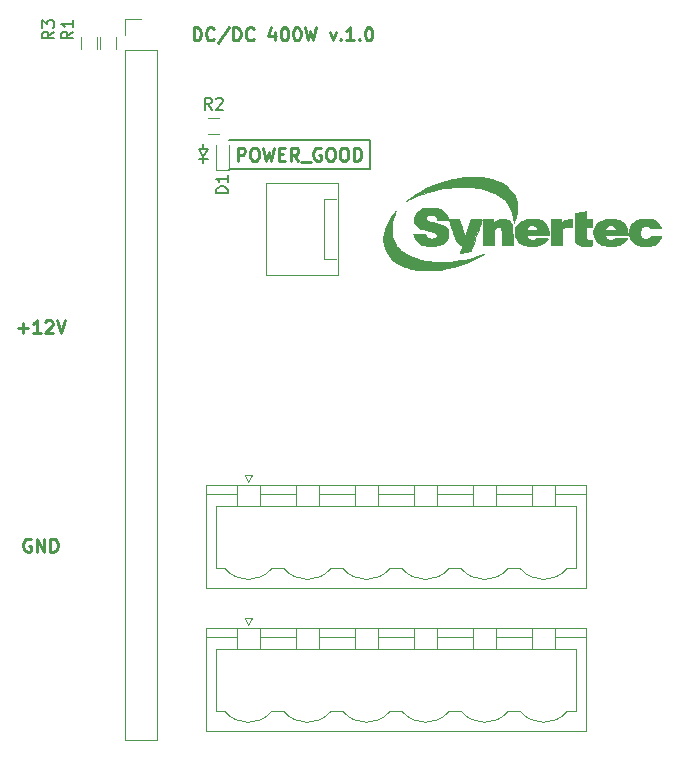
<source format=gto>
G04 #@! TF.FileFunction,Legend,Top*
%FSLAX46Y46*%
G04 Gerber Fmt 4.6, Leading zero omitted, Abs format (unit mm)*
G04 Created by KiCad (PCBNEW 4.0.7-e2-6376~58~ubuntu16.04.1) date Wed Mar 28 14:59:42 2018*
%MOMM*%
%LPD*%
G01*
G04 APERTURE LIST*
%ADD10C,0.100000*%
%ADD11C,0.250000*%
%ADD12C,0.200000*%
%ADD13C,0.120000*%
%ADD14C,0.010000*%
G04 APERTURE END LIST*
D10*
D11*
X130457143Y-69497619D02*
X130457143Y-68397619D01*
X130719048Y-68397619D01*
X130876190Y-68450000D01*
X130980952Y-68554762D01*
X131033333Y-68659524D01*
X131085714Y-68869048D01*
X131085714Y-69026190D01*
X131033333Y-69235714D01*
X130980952Y-69340476D01*
X130876190Y-69445238D01*
X130719048Y-69497619D01*
X130457143Y-69497619D01*
X132185714Y-69392857D02*
X132133333Y-69445238D01*
X131976190Y-69497619D01*
X131871428Y-69497619D01*
X131714286Y-69445238D01*
X131609524Y-69340476D01*
X131557143Y-69235714D01*
X131504762Y-69026190D01*
X131504762Y-68869048D01*
X131557143Y-68659524D01*
X131609524Y-68554762D01*
X131714286Y-68450000D01*
X131871428Y-68397619D01*
X131976190Y-68397619D01*
X132133333Y-68450000D01*
X132185714Y-68502381D01*
X133442857Y-68345238D02*
X132500000Y-69759524D01*
X133809524Y-69497619D02*
X133809524Y-68397619D01*
X134071429Y-68397619D01*
X134228571Y-68450000D01*
X134333333Y-68554762D01*
X134385714Y-68659524D01*
X134438095Y-68869048D01*
X134438095Y-69026190D01*
X134385714Y-69235714D01*
X134333333Y-69340476D01*
X134228571Y-69445238D01*
X134071429Y-69497619D01*
X133809524Y-69497619D01*
X135538095Y-69392857D02*
X135485714Y-69445238D01*
X135328571Y-69497619D01*
X135223809Y-69497619D01*
X135066667Y-69445238D01*
X134961905Y-69340476D01*
X134909524Y-69235714D01*
X134857143Y-69026190D01*
X134857143Y-68869048D01*
X134909524Y-68659524D01*
X134961905Y-68554762D01*
X135066667Y-68450000D01*
X135223809Y-68397619D01*
X135328571Y-68397619D01*
X135485714Y-68450000D01*
X135538095Y-68502381D01*
X137319047Y-68764286D02*
X137319047Y-69497619D01*
X137057143Y-68345238D02*
X136795238Y-69130952D01*
X137476190Y-69130952D01*
X138104762Y-68397619D02*
X138209523Y-68397619D01*
X138314285Y-68450000D01*
X138366666Y-68502381D01*
X138419047Y-68607143D01*
X138471428Y-68816667D01*
X138471428Y-69078571D01*
X138419047Y-69288095D01*
X138366666Y-69392857D01*
X138314285Y-69445238D01*
X138209523Y-69497619D01*
X138104762Y-69497619D01*
X138000000Y-69445238D01*
X137947619Y-69392857D01*
X137895238Y-69288095D01*
X137842857Y-69078571D01*
X137842857Y-68816667D01*
X137895238Y-68607143D01*
X137947619Y-68502381D01*
X138000000Y-68450000D01*
X138104762Y-68397619D01*
X139152381Y-68397619D02*
X139257142Y-68397619D01*
X139361904Y-68450000D01*
X139414285Y-68502381D01*
X139466666Y-68607143D01*
X139519047Y-68816667D01*
X139519047Y-69078571D01*
X139466666Y-69288095D01*
X139414285Y-69392857D01*
X139361904Y-69445238D01*
X139257142Y-69497619D01*
X139152381Y-69497619D01*
X139047619Y-69445238D01*
X138995238Y-69392857D01*
X138942857Y-69288095D01*
X138890476Y-69078571D01*
X138890476Y-68816667D01*
X138942857Y-68607143D01*
X138995238Y-68502381D01*
X139047619Y-68450000D01*
X139152381Y-68397619D01*
X139885714Y-68397619D02*
X140147619Y-69497619D01*
X140357142Y-68711905D01*
X140566666Y-69497619D01*
X140828571Y-68397619D01*
X141980952Y-68764286D02*
X142242857Y-69497619D01*
X142504761Y-68764286D01*
X142923809Y-69392857D02*
X142976190Y-69445238D01*
X142923809Y-69497619D01*
X142871428Y-69445238D01*
X142923809Y-69392857D01*
X142923809Y-69497619D01*
X144023809Y-69497619D02*
X143395238Y-69497619D01*
X143709524Y-69497619D02*
X143709524Y-68397619D01*
X143604762Y-68554762D01*
X143500000Y-68659524D01*
X143395238Y-68711905D01*
X144495238Y-69392857D02*
X144547619Y-69445238D01*
X144495238Y-69497619D01*
X144442857Y-69445238D01*
X144495238Y-69392857D01*
X144495238Y-69497619D01*
X145228572Y-68397619D02*
X145333333Y-68397619D01*
X145438095Y-68450000D01*
X145490476Y-68502381D01*
X145542857Y-68607143D01*
X145595238Y-68816667D01*
X145595238Y-69078571D01*
X145542857Y-69288095D01*
X145490476Y-69392857D01*
X145438095Y-69445238D01*
X145333333Y-69497619D01*
X145228572Y-69497619D01*
X145123810Y-69445238D01*
X145071429Y-69392857D01*
X145019048Y-69288095D01*
X144966667Y-69078571D01*
X144966667Y-68816667D01*
X145019048Y-68607143D01*
X145071429Y-68502381D01*
X145123810Y-68450000D01*
X145228572Y-68397619D01*
D12*
X145400000Y-77900000D02*
X133500000Y-77900000D01*
X145400000Y-80400000D02*
X145400000Y-77900000D01*
X133500000Y-80400000D02*
X145400000Y-80400000D01*
D11*
X116661905Y-111750000D02*
X116557143Y-111697619D01*
X116400000Y-111697619D01*
X116242858Y-111750000D01*
X116138096Y-111854762D01*
X116085715Y-111959524D01*
X116033334Y-112169048D01*
X116033334Y-112326190D01*
X116085715Y-112535714D01*
X116138096Y-112640476D01*
X116242858Y-112745238D01*
X116400000Y-112797619D01*
X116504762Y-112797619D01*
X116661905Y-112745238D01*
X116714286Y-112692857D01*
X116714286Y-112326190D01*
X116504762Y-112326190D01*
X117185715Y-112797619D02*
X117185715Y-111697619D01*
X117814286Y-112797619D01*
X117814286Y-111697619D01*
X118338096Y-112797619D02*
X118338096Y-111697619D01*
X118600001Y-111697619D01*
X118757143Y-111750000D01*
X118861905Y-111854762D01*
X118914286Y-111959524D01*
X118966667Y-112169048D01*
X118966667Y-112326190D01*
X118914286Y-112535714D01*
X118861905Y-112640476D01*
X118757143Y-112745238D01*
X118600001Y-112797619D01*
X118338096Y-112797619D01*
X115561905Y-93878571D02*
X116400000Y-93878571D01*
X115980952Y-94297619D02*
X115980952Y-93459524D01*
X117500000Y-94297619D02*
X116871429Y-94297619D01*
X117185715Y-94297619D02*
X117185715Y-93197619D01*
X117080953Y-93354762D01*
X116976191Y-93459524D01*
X116871429Y-93511905D01*
X117919048Y-93302381D02*
X117971429Y-93250000D01*
X118076191Y-93197619D01*
X118338095Y-93197619D01*
X118442857Y-93250000D01*
X118495238Y-93302381D01*
X118547619Y-93407143D01*
X118547619Y-93511905D01*
X118495238Y-93669048D01*
X117866667Y-94297619D01*
X118547619Y-94297619D01*
X118861905Y-93197619D02*
X119228572Y-94297619D01*
X119595238Y-93197619D01*
X134188096Y-79697619D02*
X134188096Y-78597619D01*
X134607143Y-78597619D01*
X134711905Y-78650000D01*
X134764286Y-78702381D01*
X134816667Y-78807143D01*
X134816667Y-78964286D01*
X134764286Y-79069048D01*
X134711905Y-79121429D01*
X134607143Y-79173810D01*
X134188096Y-79173810D01*
X135497620Y-78597619D02*
X135707143Y-78597619D01*
X135811905Y-78650000D01*
X135916667Y-78754762D01*
X135969048Y-78964286D01*
X135969048Y-79330952D01*
X135916667Y-79540476D01*
X135811905Y-79645238D01*
X135707143Y-79697619D01*
X135497620Y-79697619D01*
X135392858Y-79645238D01*
X135288096Y-79540476D01*
X135235715Y-79330952D01*
X135235715Y-78964286D01*
X135288096Y-78754762D01*
X135392858Y-78650000D01*
X135497620Y-78597619D01*
X136335715Y-78597619D02*
X136597620Y-79697619D01*
X136807143Y-78911905D01*
X137016667Y-79697619D01*
X137278572Y-78597619D01*
X137697620Y-79121429D02*
X138064286Y-79121429D01*
X138221429Y-79697619D02*
X137697620Y-79697619D01*
X137697620Y-78597619D01*
X138221429Y-78597619D01*
X139321429Y-79697619D02*
X138954763Y-79173810D01*
X138692858Y-79697619D02*
X138692858Y-78597619D01*
X139111905Y-78597619D01*
X139216667Y-78650000D01*
X139269048Y-78702381D01*
X139321429Y-78807143D01*
X139321429Y-78964286D01*
X139269048Y-79069048D01*
X139216667Y-79121429D01*
X139111905Y-79173810D01*
X138692858Y-79173810D01*
X139530953Y-79802381D02*
X140369048Y-79802381D01*
X141207143Y-78650000D02*
X141102381Y-78597619D01*
X140945238Y-78597619D01*
X140788096Y-78650000D01*
X140683334Y-78754762D01*
X140630953Y-78859524D01*
X140578572Y-79069048D01*
X140578572Y-79226190D01*
X140630953Y-79435714D01*
X140683334Y-79540476D01*
X140788096Y-79645238D01*
X140945238Y-79697619D01*
X141050000Y-79697619D01*
X141207143Y-79645238D01*
X141259524Y-79592857D01*
X141259524Y-79226190D01*
X141050000Y-79226190D01*
X141940477Y-78597619D02*
X142150000Y-78597619D01*
X142254762Y-78650000D01*
X142359524Y-78754762D01*
X142411905Y-78964286D01*
X142411905Y-79330952D01*
X142359524Y-79540476D01*
X142254762Y-79645238D01*
X142150000Y-79697619D01*
X141940477Y-79697619D01*
X141835715Y-79645238D01*
X141730953Y-79540476D01*
X141678572Y-79330952D01*
X141678572Y-78964286D01*
X141730953Y-78754762D01*
X141835715Y-78650000D01*
X141940477Y-78597619D01*
X143092858Y-78597619D02*
X143302381Y-78597619D01*
X143407143Y-78650000D01*
X143511905Y-78754762D01*
X143564286Y-78964286D01*
X143564286Y-79330952D01*
X143511905Y-79540476D01*
X143407143Y-79645238D01*
X143302381Y-79697619D01*
X143092858Y-79697619D01*
X142988096Y-79645238D01*
X142883334Y-79540476D01*
X142830953Y-79330952D01*
X142830953Y-78964286D01*
X142883334Y-78754762D01*
X142988096Y-78650000D01*
X143092858Y-78597619D01*
X144035715Y-79697619D02*
X144035715Y-78597619D01*
X144297620Y-78597619D01*
X144454762Y-78650000D01*
X144559524Y-78754762D01*
X144611905Y-78859524D01*
X144664286Y-79069048D01*
X144664286Y-79226190D01*
X144611905Y-79435714D01*
X144559524Y-79540476D01*
X144454762Y-79645238D01*
X144297620Y-79697619D01*
X144035715Y-79697619D01*
D12*
X131300000Y-79600000D02*
X131300000Y-79900000D01*
X131300000Y-78600000D02*
X131300000Y-78300000D01*
X130900000Y-79500000D02*
X131700000Y-79500000D01*
X131700000Y-78700000D02*
X130900000Y-78700000D01*
X131300000Y-79400000D02*
X131700000Y-78700000D01*
X130900000Y-78700000D02*
X131300000Y-79400000D01*
D13*
X124670000Y-128750000D02*
X127330000Y-128750000D01*
X124670000Y-70270000D02*
X124670000Y-128750000D01*
X127330000Y-70270000D02*
X127330000Y-128750000D01*
X124670000Y-70270000D02*
X127330000Y-70270000D01*
X124670000Y-69000000D02*
X124670000Y-67670000D01*
X124670000Y-67670000D02*
X126000000Y-67670000D01*
X122520000Y-70250000D02*
X122520000Y-69250000D01*
X123880000Y-69250000D02*
X123880000Y-70250000D01*
X142650000Y-89390000D02*
X136600000Y-89390000D01*
X136600000Y-89390000D02*
X136600000Y-81590000D01*
X136600000Y-81590000D02*
X142650000Y-81590000D01*
X142650000Y-81590000D02*
X142650000Y-89390000D01*
X142550000Y-88040000D02*
X141540000Y-88040000D01*
X141540000Y-88040000D02*
X141540000Y-82960000D01*
X141540000Y-82960000D02*
X142550000Y-82960000D01*
X132330000Y-80450000D02*
X133470000Y-80450000D01*
X133470000Y-80450000D02*
X133470000Y-78350000D01*
X132330000Y-80450000D02*
X132330000Y-78350000D01*
X132650000Y-77430000D02*
X131650000Y-77430000D01*
X131650000Y-76070000D02*
X132650000Y-76070000D01*
X120895000Y-70250000D02*
X120895000Y-69250000D01*
X122255000Y-69250000D02*
X122255000Y-70250000D01*
X137086841Y-114215821D02*
G75*
G02X133100000Y-114200000I-1986841J1665821D01*
G01*
X142086841Y-114215821D02*
G75*
G02X138100000Y-114200000I-1986841J1665821D01*
G01*
X147086841Y-114215821D02*
G75*
G02X143100000Y-114200000I-1986841J1665821D01*
G01*
X152086841Y-114215821D02*
G75*
G02X148100000Y-114200000I-1986841J1665821D01*
G01*
X157086841Y-114215821D02*
G75*
G02X153100000Y-114200000I-1986841J1665821D01*
G01*
X162086841Y-114215821D02*
G75*
G02X158100000Y-114200000I-1986841J1665821D01*
G01*
X131520000Y-107120000D02*
X131520000Y-115880000D01*
X131520000Y-115880000D02*
X163680000Y-115880000D01*
X163680000Y-115880000D02*
X163680000Y-107120000D01*
X163680000Y-107120000D02*
X131520000Y-107120000D01*
X131520000Y-107900000D02*
X134020000Y-107900000D01*
X163680000Y-107900000D02*
X161180000Y-107900000D01*
X136100000Y-107900000D02*
X139100000Y-107900000D01*
X141100000Y-107900000D02*
X144100000Y-107900000D01*
X146100000Y-107900000D02*
X149100000Y-107900000D01*
X151100000Y-107900000D02*
X154100000Y-107900000D01*
X156100000Y-107900000D02*
X159100000Y-107900000D01*
X134100000Y-108900000D02*
X134100000Y-107120000D01*
X134100000Y-107120000D02*
X136100000Y-107120000D01*
X136100000Y-107120000D02*
X136100000Y-108900000D01*
X136100000Y-108900000D02*
X134100000Y-108900000D01*
X139100000Y-108900000D02*
X139100000Y-107120000D01*
X139100000Y-107120000D02*
X141100000Y-107120000D01*
X141100000Y-107120000D02*
X141100000Y-108900000D01*
X141100000Y-108900000D02*
X139100000Y-108900000D01*
X144100000Y-108900000D02*
X144100000Y-107120000D01*
X144100000Y-107120000D02*
X146100000Y-107120000D01*
X146100000Y-107120000D02*
X146100000Y-108900000D01*
X146100000Y-108900000D02*
X144100000Y-108900000D01*
X149100000Y-108900000D02*
X149100000Y-107120000D01*
X149100000Y-107120000D02*
X151100000Y-107120000D01*
X151100000Y-107120000D02*
X151100000Y-108900000D01*
X151100000Y-108900000D02*
X149100000Y-108900000D01*
X154100000Y-108900000D02*
X154100000Y-107120000D01*
X154100000Y-107120000D02*
X156100000Y-107120000D01*
X156100000Y-107120000D02*
X156100000Y-108900000D01*
X156100000Y-108900000D02*
X154100000Y-108900000D01*
X159100000Y-108900000D02*
X159100000Y-107120000D01*
X159100000Y-107120000D02*
X161100000Y-107120000D01*
X161100000Y-107120000D02*
X161100000Y-108900000D01*
X161100000Y-108900000D02*
X159100000Y-108900000D01*
X137100000Y-114200000D02*
X138100000Y-114200000D01*
X142100000Y-114200000D02*
X143100000Y-114200000D01*
X147100000Y-114200000D02*
X148100000Y-114200000D01*
X152100000Y-114200000D02*
X153100000Y-114200000D01*
X157100000Y-114200000D02*
X158100000Y-114200000D01*
X133100000Y-114200000D02*
X132400000Y-114200000D01*
X132400000Y-114200000D02*
X132400000Y-108900000D01*
X132400000Y-108900000D02*
X162800000Y-108900000D01*
X162800000Y-108900000D02*
X162800000Y-114200000D01*
X162800000Y-114200000D02*
X162100000Y-114200000D01*
X135400000Y-106320000D02*
X135100000Y-106920000D01*
X135100000Y-106920000D02*
X134800000Y-106320000D01*
X134800000Y-106320000D02*
X135400000Y-106320000D01*
X137086841Y-126315821D02*
G75*
G02X133100000Y-126300000I-1986841J1665821D01*
G01*
X142086841Y-126315821D02*
G75*
G02X138100000Y-126300000I-1986841J1665821D01*
G01*
X147086841Y-126315821D02*
G75*
G02X143100000Y-126300000I-1986841J1665821D01*
G01*
X152086841Y-126315821D02*
G75*
G02X148100000Y-126300000I-1986841J1665821D01*
G01*
X157086841Y-126315821D02*
G75*
G02X153100000Y-126300000I-1986841J1665821D01*
G01*
X162086841Y-126315821D02*
G75*
G02X158100000Y-126300000I-1986841J1665821D01*
G01*
X131520000Y-119220000D02*
X131520000Y-127980000D01*
X131520000Y-127980000D02*
X163680000Y-127980000D01*
X163680000Y-127980000D02*
X163680000Y-119220000D01*
X163680000Y-119220000D02*
X131520000Y-119220000D01*
X131520000Y-120000000D02*
X134020000Y-120000000D01*
X163680000Y-120000000D02*
X161180000Y-120000000D01*
X136100000Y-120000000D02*
X139100000Y-120000000D01*
X141100000Y-120000000D02*
X144100000Y-120000000D01*
X146100000Y-120000000D02*
X149100000Y-120000000D01*
X151100000Y-120000000D02*
X154100000Y-120000000D01*
X156100000Y-120000000D02*
X159100000Y-120000000D01*
X134100000Y-121000000D02*
X134100000Y-119220000D01*
X134100000Y-119220000D02*
X136100000Y-119220000D01*
X136100000Y-119220000D02*
X136100000Y-121000000D01*
X136100000Y-121000000D02*
X134100000Y-121000000D01*
X139100000Y-121000000D02*
X139100000Y-119220000D01*
X139100000Y-119220000D02*
X141100000Y-119220000D01*
X141100000Y-119220000D02*
X141100000Y-121000000D01*
X141100000Y-121000000D02*
X139100000Y-121000000D01*
X144100000Y-121000000D02*
X144100000Y-119220000D01*
X144100000Y-119220000D02*
X146100000Y-119220000D01*
X146100000Y-119220000D02*
X146100000Y-121000000D01*
X146100000Y-121000000D02*
X144100000Y-121000000D01*
X149100000Y-121000000D02*
X149100000Y-119220000D01*
X149100000Y-119220000D02*
X151100000Y-119220000D01*
X151100000Y-119220000D02*
X151100000Y-121000000D01*
X151100000Y-121000000D02*
X149100000Y-121000000D01*
X154100000Y-121000000D02*
X154100000Y-119220000D01*
X154100000Y-119220000D02*
X156100000Y-119220000D01*
X156100000Y-119220000D02*
X156100000Y-121000000D01*
X156100000Y-121000000D02*
X154100000Y-121000000D01*
X159100000Y-121000000D02*
X159100000Y-119220000D01*
X159100000Y-119220000D02*
X161100000Y-119220000D01*
X161100000Y-119220000D02*
X161100000Y-121000000D01*
X161100000Y-121000000D02*
X159100000Y-121000000D01*
X137100000Y-126300000D02*
X138100000Y-126300000D01*
X142100000Y-126300000D02*
X143100000Y-126300000D01*
X147100000Y-126300000D02*
X148100000Y-126300000D01*
X152100000Y-126300000D02*
X153100000Y-126300000D01*
X157100000Y-126300000D02*
X158100000Y-126300000D01*
X133100000Y-126300000D02*
X132400000Y-126300000D01*
X132400000Y-126300000D02*
X132400000Y-121000000D01*
X132400000Y-121000000D02*
X162800000Y-121000000D01*
X162800000Y-121000000D02*
X162800000Y-126300000D01*
X162800000Y-126300000D02*
X162100000Y-126300000D01*
X135400000Y-118420000D02*
X135100000Y-119020000D01*
X135100000Y-119020000D02*
X134800000Y-118420000D01*
X134800000Y-118420000D02*
X135400000Y-118420000D01*
D14*
G36*
X147558950Y-83974220D02*
X147548920Y-84021387D01*
X147521007Y-84103840D01*
X147492159Y-84179082D01*
X147370213Y-84522909D01*
X147274727Y-84874733D01*
X147262404Y-84928880D01*
X147245790Y-85009624D01*
X147233730Y-85085913D01*
X147225551Y-85166741D01*
X147220580Y-85261106D01*
X147218145Y-85378000D01*
X147217573Y-85526420D01*
X147217574Y-85528320D01*
X147218098Y-85669198D01*
X147219906Y-85777977D01*
X147223783Y-85863194D01*
X147230511Y-85933387D01*
X147240873Y-85997092D01*
X147255652Y-86062847D01*
X147272550Y-86127760D01*
X147329688Y-86302553D01*
X147407520Y-86486677D01*
X147498881Y-86665273D01*
X147596606Y-86823486D01*
X147631399Y-86871842D01*
X147829402Y-87101328D01*
X148062473Y-87311896D01*
X148329430Y-87502999D01*
X148629089Y-87674087D01*
X148960267Y-87824611D01*
X149321780Y-87954023D01*
X149712444Y-88061775D01*
X150131077Y-88147316D01*
X150497120Y-88200834D01*
X150747991Y-88224861D01*
X151028940Y-88240367D01*
X151330328Y-88247447D01*
X151642515Y-88246199D01*
X151955863Y-88236721D01*
X152260735Y-88219108D01*
X152547491Y-88193460D01*
X152671360Y-88178901D01*
X153033402Y-88125082D01*
X153400787Y-88056158D01*
X153764842Y-87974289D01*
X154116897Y-87881636D01*
X154448283Y-87780358D01*
X154750329Y-87672616D01*
X154829532Y-87641149D01*
X154925940Y-87603502D01*
X154986175Y-87583822D01*
X155010437Y-87581950D01*
X154998927Y-87597728D01*
X154951844Y-87630996D01*
X154869389Y-87681595D01*
X154751762Y-87749366D01*
X154599164Y-87834149D01*
X154558635Y-87856315D01*
X154070557Y-88102534D01*
X153558831Y-88322658D01*
X153029951Y-88514727D01*
X152490413Y-88676782D01*
X151946710Y-88806862D01*
X151405337Y-88903007D01*
X150897333Y-88961273D01*
X150793878Y-88967655D01*
X150660750Y-88972675D01*
X150507520Y-88976272D01*
X150343761Y-88978382D01*
X150179042Y-88978944D01*
X150022937Y-88977896D01*
X149885016Y-88975173D01*
X149774852Y-88970716D01*
X149745280Y-88968783D01*
X149623886Y-88956680D01*
X149475433Y-88937229D01*
X149312404Y-88912460D01*
X149147284Y-88884402D01*
X148992555Y-88855084D01*
X148860702Y-88826535D01*
X148841040Y-88821801D01*
X148474801Y-88716198D01*
X148136639Y-88586451D01*
X147827593Y-88433494D01*
X147548705Y-88258261D01*
X147301017Y-88061684D01*
X147085570Y-87844695D01*
X146903405Y-87608229D01*
X146755564Y-87353217D01*
X146643088Y-87080593D01*
X146567018Y-86791290D01*
X146565443Y-86783072D01*
X146548511Y-86657559D01*
X146538536Y-86504833D01*
X146535499Y-86337717D01*
X146539379Y-86169033D01*
X146550159Y-86011605D01*
X146566812Y-85883920D01*
X146638574Y-85578215D01*
X146747835Y-85264008D01*
X146893103Y-84944253D01*
X147072886Y-84621904D01*
X147285690Y-84299915D01*
X147525110Y-83987231D01*
X147551035Y-83962711D01*
X147558950Y-83974220D01*
X147558950Y-83974220D01*
G37*
X147558950Y-83974220D02*
X147548920Y-84021387D01*
X147521007Y-84103840D01*
X147492159Y-84179082D01*
X147370213Y-84522909D01*
X147274727Y-84874733D01*
X147262404Y-84928880D01*
X147245790Y-85009624D01*
X147233730Y-85085913D01*
X147225551Y-85166741D01*
X147220580Y-85261106D01*
X147218145Y-85378000D01*
X147217573Y-85526420D01*
X147217574Y-85528320D01*
X147218098Y-85669198D01*
X147219906Y-85777977D01*
X147223783Y-85863194D01*
X147230511Y-85933387D01*
X147240873Y-85997092D01*
X147255652Y-86062847D01*
X147272550Y-86127760D01*
X147329688Y-86302553D01*
X147407520Y-86486677D01*
X147498881Y-86665273D01*
X147596606Y-86823486D01*
X147631399Y-86871842D01*
X147829402Y-87101328D01*
X148062473Y-87311896D01*
X148329430Y-87502999D01*
X148629089Y-87674087D01*
X148960267Y-87824611D01*
X149321780Y-87954023D01*
X149712444Y-88061775D01*
X150131077Y-88147316D01*
X150497120Y-88200834D01*
X150747991Y-88224861D01*
X151028940Y-88240367D01*
X151330328Y-88247447D01*
X151642515Y-88246199D01*
X151955863Y-88236721D01*
X152260735Y-88219108D01*
X152547491Y-88193460D01*
X152671360Y-88178901D01*
X153033402Y-88125082D01*
X153400787Y-88056158D01*
X153764842Y-87974289D01*
X154116897Y-87881636D01*
X154448283Y-87780358D01*
X154750329Y-87672616D01*
X154829532Y-87641149D01*
X154925940Y-87603502D01*
X154986175Y-87583822D01*
X155010437Y-87581950D01*
X154998927Y-87597728D01*
X154951844Y-87630996D01*
X154869389Y-87681595D01*
X154751762Y-87749366D01*
X154599164Y-87834149D01*
X154558635Y-87856315D01*
X154070557Y-88102534D01*
X153558831Y-88322658D01*
X153029951Y-88514727D01*
X152490413Y-88676782D01*
X151946710Y-88806862D01*
X151405337Y-88903007D01*
X150897333Y-88961273D01*
X150793878Y-88967655D01*
X150660750Y-88972675D01*
X150507520Y-88976272D01*
X150343761Y-88978382D01*
X150179042Y-88978944D01*
X150022937Y-88977896D01*
X149885016Y-88975173D01*
X149774852Y-88970716D01*
X149745280Y-88968783D01*
X149623886Y-88956680D01*
X149475433Y-88937229D01*
X149312404Y-88912460D01*
X149147284Y-88884402D01*
X148992555Y-88855084D01*
X148860702Y-88826535D01*
X148841040Y-88821801D01*
X148474801Y-88716198D01*
X148136639Y-88586451D01*
X147827593Y-88433494D01*
X147548705Y-88258261D01*
X147301017Y-88061684D01*
X147085570Y-87844695D01*
X146903405Y-87608229D01*
X146755564Y-87353217D01*
X146643088Y-87080593D01*
X146567018Y-86791290D01*
X146565443Y-86783072D01*
X146548511Y-86657559D01*
X146538536Y-86504833D01*
X146535499Y-86337717D01*
X146539379Y-86169033D01*
X146550159Y-86011605D01*
X146566812Y-85883920D01*
X146638574Y-85578215D01*
X146747835Y-85264008D01*
X146893103Y-84944253D01*
X147072886Y-84621904D01*
X147285690Y-84299915D01*
X147525110Y-83987231D01*
X147551035Y-83962711D01*
X147558950Y-83974220D01*
G36*
X150702880Y-83651078D02*
X150845686Y-83655969D01*
X150964094Y-83666317D01*
X151066184Y-83683521D01*
X151160032Y-83708980D01*
X151253718Y-83744092D01*
X151355319Y-83790258D01*
X151366103Y-83795477D01*
X151518800Y-83888379D01*
X151667042Y-84013221D01*
X151803282Y-84161423D01*
X151919976Y-84324402D01*
X152009578Y-84493576D01*
X152034044Y-84555159D01*
X152069788Y-84654560D01*
X152930941Y-84654560D01*
X153025171Y-84923800D01*
X153059871Y-85023006D01*
X153104541Y-85150809D01*
X153155767Y-85297433D01*
X153210132Y-85453102D01*
X153264223Y-85608040D01*
X153287102Y-85673592D01*
X153454802Y-86154144D01*
X153977372Y-84654560D01*
X154423820Y-84654560D01*
X154575359Y-84655046D01*
X154690205Y-84656658D01*
X154772296Y-84659624D01*
X154825568Y-84664173D01*
X154853959Y-84670533D01*
X154861406Y-84678933D01*
X154861128Y-84679960D01*
X154853052Y-84703007D01*
X154832731Y-84761233D01*
X154801280Y-84851433D01*
X154759814Y-84970406D01*
X154709450Y-85114949D01*
X154651303Y-85281858D01*
X154586490Y-85467931D01*
X154516126Y-85669966D01*
X154441327Y-85884759D01*
X154399166Y-86005840D01*
X154322394Y-86225964D01*
X154249303Y-86434828D01*
X154181022Y-86629257D01*
X154118676Y-86806078D01*
X154063391Y-86962116D01*
X154016293Y-87094198D01*
X153978510Y-87199148D01*
X153951168Y-87273794D01*
X153935392Y-87314961D01*
X153932054Y-87322182D01*
X153910497Y-87328557D01*
X153855824Y-87340804D01*
X153774917Y-87357613D01*
X153674661Y-87377670D01*
X153561939Y-87399666D01*
X153443633Y-87422287D01*
X153326629Y-87444223D01*
X153217808Y-87464161D01*
X153124056Y-87480791D01*
X153052254Y-87492800D01*
X153009286Y-87498877D01*
X153002235Y-87499360D01*
X152996532Y-87483907D01*
X152996480Y-87481487D01*
X153002901Y-87457206D01*
X153020668Y-87401384D01*
X153047540Y-87320782D01*
X153081272Y-87222160D01*
X153108240Y-87144670D01*
X153145389Y-87038160D01*
X153177311Y-86945694D01*
X153201784Y-86873790D01*
X153216583Y-86828967D01*
X153220000Y-86817102D01*
X153202668Y-86810437D01*
X153172819Y-86808480D01*
X153072133Y-86791143D01*
X152964194Y-86743503D01*
X152858875Y-86672111D01*
X152766048Y-86583518D01*
X152702343Y-86496212D01*
X152685360Y-86459575D01*
X152656760Y-86388869D01*
X152618157Y-86288448D01*
X152571168Y-86162670D01*
X152517407Y-86015890D01*
X152458489Y-85852463D01*
X152396029Y-85676745D01*
X152350888Y-85548261D01*
X152049088Y-84685040D01*
X151569278Y-84679595D01*
X151089469Y-84674151D01*
X151076641Y-84615747D01*
X151039855Y-84521803D01*
X150975902Y-84427849D01*
X150895634Y-84348218D01*
X150850221Y-84316741D01*
X150795270Y-84287893D01*
X150741662Y-84269729D01*
X150676043Y-84259202D01*
X150585057Y-84253262D01*
X150569244Y-84252611D01*
X150475936Y-84250340D01*
X150410403Y-84253516D01*
X150359943Y-84263982D01*
X150311850Y-84283577D01*
X150294084Y-84292490D01*
X150201508Y-84356442D01*
X150141163Y-84432940D01*
X150114825Y-84516325D01*
X150124273Y-84600937D01*
X150171282Y-84681116D01*
X150171852Y-84681767D01*
X150218991Y-84726447D01*
X150279696Y-84765855D01*
X150359428Y-84802151D01*
X150463650Y-84837497D01*
X150597823Y-84874053D01*
X150747462Y-84909494D01*
X151005017Y-84971696D01*
X151225405Y-85034151D01*
X151412073Y-85098613D01*
X151568465Y-85166831D01*
X151698028Y-85240559D01*
X151804206Y-85321548D01*
X151890447Y-85411550D01*
X151960194Y-85512315D01*
X151971182Y-85531584D01*
X151997248Y-85581101D01*
X152014446Y-85624301D01*
X152024610Y-85671659D01*
X152029573Y-85733651D01*
X152031170Y-85820751D01*
X152031280Y-85874813D01*
X152030767Y-85976867D01*
X152027707Y-86049934D01*
X152019818Y-86105669D01*
X152004818Y-86155725D01*
X151980426Y-86211755D01*
X151955157Y-86263571D01*
X151882237Y-86388836D01*
X151792311Y-86496698D01*
X151751141Y-86536838D01*
X151642245Y-86629687D01*
X151533556Y-86701708D01*
X151412159Y-86760032D01*
X151265141Y-86811788D01*
X151238353Y-86819943D01*
X151165206Y-86840540D01*
X151097682Y-86855752D01*
X151026617Y-86866667D01*
X150942849Y-86874374D01*
X150837212Y-86879961D01*
X150700544Y-86884518D01*
X150692961Y-86884732D01*
X150422359Y-86885927D01*
X150186578Y-86872749D01*
X149982125Y-86844374D01*
X149805508Y-86799978D01*
X149653232Y-86738740D01*
X149521806Y-86659835D01*
X149434372Y-86588154D01*
X149296816Y-86432990D01*
X149190069Y-86252327D01*
X149115363Y-86048536D01*
X149086996Y-85919480D01*
X149075736Y-85853440D01*
X150067248Y-85853440D01*
X150091268Y-85929640D01*
X150150987Y-86059452D01*
X150238559Y-86162413D01*
X150306833Y-86211727D01*
X150403804Y-86251322D01*
X150523185Y-86274825D01*
X150649594Y-86281088D01*
X150767646Y-86268963D01*
X150831942Y-86250934D01*
X150930879Y-86197611D01*
X151000398Y-86127851D01*
X151038238Y-86047624D01*
X151042143Y-85962900D01*
X151009851Y-85879649D01*
X150984947Y-85846552D01*
X150938423Y-85802343D01*
X150878682Y-85763332D01*
X150800316Y-85727401D01*
X150697916Y-85692428D01*
X150566072Y-85656291D01*
X150399375Y-85616871D01*
X150398840Y-85616750D01*
X150142618Y-85554804D01*
X149923613Y-85491967D01*
X149738404Y-85426793D01*
X149583573Y-85357836D01*
X149455698Y-85283650D01*
X149351361Y-85202790D01*
X149300300Y-85152282D01*
X149212649Y-85038975D01*
X149156033Y-84918548D01*
X149125662Y-84779265D01*
X149119391Y-84709207D01*
X149126888Y-84516836D01*
X149171730Y-84337793D01*
X149252218Y-84174127D01*
X149366654Y-84027889D01*
X149513338Y-83901132D01*
X149690572Y-83795905D01*
X149896657Y-83714259D01*
X149958640Y-83696083D01*
X150021509Y-83680294D01*
X150082847Y-83668628D01*
X150150517Y-83660452D01*
X150232382Y-83655131D01*
X150336303Y-83652032D01*
X150470144Y-83650523D01*
X150527600Y-83650244D01*
X150702880Y-83651078D01*
X150702880Y-83651078D01*
G37*
X150702880Y-83651078D02*
X150845686Y-83655969D01*
X150964094Y-83666317D01*
X151066184Y-83683521D01*
X151160032Y-83708980D01*
X151253718Y-83744092D01*
X151355319Y-83790258D01*
X151366103Y-83795477D01*
X151518800Y-83888379D01*
X151667042Y-84013221D01*
X151803282Y-84161423D01*
X151919976Y-84324402D01*
X152009578Y-84493576D01*
X152034044Y-84555159D01*
X152069788Y-84654560D01*
X152930941Y-84654560D01*
X153025171Y-84923800D01*
X153059871Y-85023006D01*
X153104541Y-85150809D01*
X153155767Y-85297433D01*
X153210132Y-85453102D01*
X153264223Y-85608040D01*
X153287102Y-85673592D01*
X153454802Y-86154144D01*
X153977372Y-84654560D01*
X154423820Y-84654560D01*
X154575359Y-84655046D01*
X154690205Y-84656658D01*
X154772296Y-84659624D01*
X154825568Y-84664173D01*
X154853959Y-84670533D01*
X154861406Y-84678933D01*
X154861128Y-84679960D01*
X154853052Y-84703007D01*
X154832731Y-84761233D01*
X154801280Y-84851433D01*
X154759814Y-84970406D01*
X154709450Y-85114949D01*
X154651303Y-85281858D01*
X154586490Y-85467931D01*
X154516126Y-85669966D01*
X154441327Y-85884759D01*
X154399166Y-86005840D01*
X154322394Y-86225964D01*
X154249303Y-86434828D01*
X154181022Y-86629257D01*
X154118676Y-86806078D01*
X154063391Y-86962116D01*
X154016293Y-87094198D01*
X153978510Y-87199148D01*
X153951168Y-87273794D01*
X153935392Y-87314961D01*
X153932054Y-87322182D01*
X153910497Y-87328557D01*
X153855824Y-87340804D01*
X153774917Y-87357613D01*
X153674661Y-87377670D01*
X153561939Y-87399666D01*
X153443633Y-87422287D01*
X153326629Y-87444223D01*
X153217808Y-87464161D01*
X153124056Y-87480791D01*
X153052254Y-87492800D01*
X153009286Y-87498877D01*
X153002235Y-87499360D01*
X152996532Y-87483907D01*
X152996480Y-87481487D01*
X153002901Y-87457206D01*
X153020668Y-87401384D01*
X153047540Y-87320782D01*
X153081272Y-87222160D01*
X153108240Y-87144670D01*
X153145389Y-87038160D01*
X153177311Y-86945694D01*
X153201784Y-86873790D01*
X153216583Y-86828967D01*
X153220000Y-86817102D01*
X153202668Y-86810437D01*
X153172819Y-86808480D01*
X153072133Y-86791143D01*
X152964194Y-86743503D01*
X152858875Y-86672111D01*
X152766048Y-86583518D01*
X152702343Y-86496212D01*
X152685360Y-86459575D01*
X152656760Y-86388869D01*
X152618157Y-86288448D01*
X152571168Y-86162670D01*
X152517407Y-86015890D01*
X152458489Y-85852463D01*
X152396029Y-85676745D01*
X152350888Y-85548261D01*
X152049088Y-84685040D01*
X151569278Y-84679595D01*
X151089469Y-84674151D01*
X151076641Y-84615747D01*
X151039855Y-84521803D01*
X150975902Y-84427849D01*
X150895634Y-84348218D01*
X150850221Y-84316741D01*
X150795270Y-84287893D01*
X150741662Y-84269729D01*
X150676043Y-84259202D01*
X150585057Y-84253262D01*
X150569244Y-84252611D01*
X150475936Y-84250340D01*
X150410403Y-84253516D01*
X150359943Y-84263982D01*
X150311850Y-84283577D01*
X150294084Y-84292490D01*
X150201508Y-84356442D01*
X150141163Y-84432940D01*
X150114825Y-84516325D01*
X150124273Y-84600937D01*
X150171282Y-84681116D01*
X150171852Y-84681767D01*
X150218991Y-84726447D01*
X150279696Y-84765855D01*
X150359428Y-84802151D01*
X150463650Y-84837497D01*
X150597823Y-84874053D01*
X150747462Y-84909494D01*
X151005017Y-84971696D01*
X151225405Y-85034151D01*
X151412073Y-85098613D01*
X151568465Y-85166831D01*
X151698028Y-85240559D01*
X151804206Y-85321548D01*
X151890447Y-85411550D01*
X151960194Y-85512315D01*
X151971182Y-85531584D01*
X151997248Y-85581101D01*
X152014446Y-85624301D01*
X152024610Y-85671659D01*
X152029573Y-85733651D01*
X152031170Y-85820751D01*
X152031280Y-85874813D01*
X152030767Y-85976867D01*
X152027707Y-86049934D01*
X152019818Y-86105669D01*
X152004818Y-86155725D01*
X151980426Y-86211755D01*
X151955157Y-86263571D01*
X151882237Y-86388836D01*
X151792311Y-86496698D01*
X151751141Y-86536838D01*
X151642245Y-86629687D01*
X151533556Y-86701708D01*
X151412159Y-86760032D01*
X151265141Y-86811788D01*
X151238353Y-86819943D01*
X151165206Y-86840540D01*
X151097682Y-86855752D01*
X151026617Y-86866667D01*
X150942849Y-86874374D01*
X150837212Y-86879961D01*
X150700544Y-86884518D01*
X150692961Y-86884732D01*
X150422359Y-86885927D01*
X150186578Y-86872749D01*
X149982125Y-86844374D01*
X149805508Y-86799978D01*
X149653232Y-86738740D01*
X149521806Y-86659835D01*
X149434372Y-86588154D01*
X149296816Y-86432990D01*
X149190069Y-86252327D01*
X149115363Y-86048536D01*
X149086996Y-85919480D01*
X149075736Y-85853440D01*
X150067248Y-85853440D01*
X150091268Y-85929640D01*
X150150987Y-86059452D01*
X150238559Y-86162413D01*
X150306833Y-86211727D01*
X150403804Y-86251322D01*
X150523185Y-86274825D01*
X150649594Y-86281088D01*
X150767646Y-86268963D01*
X150831942Y-86250934D01*
X150930879Y-86197611D01*
X151000398Y-86127851D01*
X151038238Y-86047624D01*
X151042143Y-85962900D01*
X151009851Y-85879649D01*
X150984947Y-85846552D01*
X150938423Y-85802343D01*
X150878682Y-85763332D01*
X150800316Y-85727401D01*
X150697916Y-85692428D01*
X150566072Y-85656291D01*
X150399375Y-85616871D01*
X150398840Y-85616750D01*
X150142618Y-85554804D01*
X149923613Y-85491967D01*
X149738404Y-85426793D01*
X149583573Y-85357836D01*
X149455698Y-85283650D01*
X149351361Y-85202790D01*
X149300300Y-85152282D01*
X149212649Y-85038975D01*
X149156033Y-84918548D01*
X149125662Y-84779265D01*
X149119391Y-84709207D01*
X149126888Y-84516836D01*
X149171730Y-84337793D01*
X149252218Y-84174127D01*
X149366654Y-84027889D01*
X149513338Y-83901132D01*
X149690572Y-83795905D01*
X149896657Y-83714259D01*
X149958640Y-83696083D01*
X150021509Y-83680294D01*
X150082847Y-83668628D01*
X150150517Y-83660452D01*
X150232382Y-83655131D01*
X150336303Y-83652032D01*
X150470144Y-83650523D01*
X150527600Y-83650244D01*
X150702880Y-83651078D01*
G36*
X159260946Y-84624887D02*
X159414092Y-84633937D01*
X159546182Y-84649277D01*
X159610640Y-84661437D01*
X159833369Y-84729720D01*
X160026413Y-84825642D01*
X160189251Y-84948540D01*
X160321362Y-85097752D01*
X160422227Y-85272615D01*
X160491325Y-85472466D01*
X160528136Y-85696641D01*
X160534491Y-85838200D01*
X160535200Y-85975360D01*
X158627063Y-85975360D01*
X158654140Y-86065328D01*
X158701500Y-86178054D01*
X158770513Y-86262145D01*
X158869181Y-86327248D01*
X158873088Y-86329211D01*
X159000919Y-86372265D01*
X159136836Y-86382161D01*
X159269817Y-86359564D01*
X159388840Y-86305140D01*
X159400416Y-86297372D01*
X159420292Y-86285705D01*
X159445655Y-86276721D01*
X159481684Y-86270074D01*
X159533557Y-86265421D01*
X159606452Y-86262416D01*
X159705550Y-86260716D01*
X159836027Y-86259974D01*
X159964296Y-86259840D01*
X160103431Y-86260497D01*
X160228105Y-86262347D01*
X160332887Y-86265206D01*
X160412347Y-86268889D01*
X160461055Y-86273213D01*
X160474240Y-86277111D01*
X160460346Y-86311092D01*
X160422868Y-86364939D01*
X160368111Y-86430984D01*
X160302379Y-86501555D01*
X160241077Y-86560753D01*
X160083520Y-86680989D01*
X159903251Y-86773175D01*
X159725316Y-86832506D01*
X159634753Y-86850159D01*
X159513015Y-86864487D01*
X159369450Y-86875252D01*
X159213404Y-86882214D01*
X159054226Y-86885136D01*
X158901263Y-86883778D01*
X158763862Y-86877902D01*
X158651372Y-86867269D01*
X158611740Y-86860939D01*
X158411280Y-86811787D01*
X158241130Y-86744521D01*
X158093452Y-86655037D01*
X157960407Y-86539230D01*
X157924080Y-86500836D01*
X157806696Y-86350927D01*
X157723917Y-86194089D01*
X157672969Y-86022855D01*
X157651080Y-85829757D01*
X157649760Y-85761999D01*
X157664449Y-85552238D01*
X157675410Y-85507347D01*
X158645440Y-85507347D01*
X158646808Y-85520800D01*
X158654245Y-85530961D01*
X158672747Y-85538292D01*
X158707312Y-85543253D01*
X158762938Y-85546307D01*
X158844621Y-85547915D01*
X158957358Y-85548538D01*
X159092480Y-85548640D01*
X159242224Y-85548229D01*
X159355812Y-85546813D01*
X159437717Y-85544111D01*
X159492418Y-85539843D01*
X159524388Y-85533729D01*
X159538105Y-85525491D01*
X159539520Y-85520714D01*
X159527508Y-85457290D01*
X159496522Y-85379266D01*
X159454129Y-85302815D01*
X159411951Y-85248172D01*
X159319319Y-85180131D01*
X159207521Y-85140744D01*
X159085935Y-85129738D01*
X158963936Y-85146836D01*
X158850900Y-85191763D01*
X158756203Y-85264242D01*
X158753089Y-85267539D01*
X158709675Y-85327902D01*
X158672377Y-85403158D01*
X158649229Y-85475412D01*
X158645440Y-85507347D01*
X157675410Y-85507347D01*
X157709788Y-85366564D01*
X157787680Y-85200338D01*
X157900029Y-85048919D01*
X157973034Y-84974178D01*
X158128189Y-84850444D01*
X158305145Y-84753024D01*
X158510671Y-84678278D01*
X158536891Y-84670848D01*
X158642098Y-84649793D01*
X158777321Y-84634580D01*
X158932346Y-84625298D01*
X159096960Y-84622037D01*
X159260946Y-84624887D01*
X159260946Y-84624887D01*
G37*
X159260946Y-84624887D02*
X159414092Y-84633937D01*
X159546182Y-84649277D01*
X159610640Y-84661437D01*
X159833369Y-84729720D01*
X160026413Y-84825642D01*
X160189251Y-84948540D01*
X160321362Y-85097752D01*
X160422227Y-85272615D01*
X160491325Y-85472466D01*
X160528136Y-85696641D01*
X160534491Y-85838200D01*
X160535200Y-85975360D01*
X158627063Y-85975360D01*
X158654140Y-86065328D01*
X158701500Y-86178054D01*
X158770513Y-86262145D01*
X158869181Y-86327248D01*
X158873088Y-86329211D01*
X159000919Y-86372265D01*
X159136836Y-86382161D01*
X159269817Y-86359564D01*
X159388840Y-86305140D01*
X159400416Y-86297372D01*
X159420292Y-86285705D01*
X159445655Y-86276721D01*
X159481684Y-86270074D01*
X159533557Y-86265421D01*
X159606452Y-86262416D01*
X159705550Y-86260716D01*
X159836027Y-86259974D01*
X159964296Y-86259840D01*
X160103431Y-86260497D01*
X160228105Y-86262347D01*
X160332887Y-86265206D01*
X160412347Y-86268889D01*
X160461055Y-86273213D01*
X160474240Y-86277111D01*
X160460346Y-86311092D01*
X160422868Y-86364939D01*
X160368111Y-86430984D01*
X160302379Y-86501555D01*
X160241077Y-86560753D01*
X160083520Y-86680989D01*
X159903251Y-86773175D01*
X159725316Y-86832506D01*
X159634753Y-86850159D01*
X159513015Y-86864487D01*
X159369450Y-86875252D01*
X159213404Y-86882214D01*
X159054226Y-86885136D01*
X158901263Y-86883778D01*
X158763862Y-86877902D01*
X158651372Y-86867269D01*
X158611740Y-86860939D01*
X158411280Y-86811787D01*
X158241130Y-86744521D01*
X158093452Y-86655037D01*
X157960407Y-86539230D01*
X157924080Y-86500836D01*
X157806696Y-86350927D01*
X157723917Y-86194089D01*
X157672969Y-86022855D01*
X157651080Y-85829757D01*
X157649760Y-85761999D01*
X157664449Y-85552238D01*
X157675410Y-85507347D01*
X158645440Y-85507347D01*
X158646808Y-85520800D01*
X158654245Y-85530961D01*
X158672747Y-85538292D01*
X158707312Y-85543253D01*
X158762938Y-85546307D01*
X158844621Y-85547915D01*
X158957358Y-85548538D01*
X159092480Y-85548640D01*
X159242224Y-85548229D01*
X159355812Y-85546813D01*
X159437717Y-85544111D01*
X159492418Y-85539843D01*
X159524388Y-85533729D01*
X159538105Y-85525491D01*
X159539520Y-85520714D01*
X159527508Y-85457290D01*
X159496522Y-85379266D01*
X159454129Y-85302815D01*
X159411951Y-85248172D01*
X159319319Y-85180131D01*
X159207521Y-85140744D01*
X159085935Y-85129738D01*
X158963936Y-85146836D01*
X158850900Y-85191763D01*
X158756203Y-85264242D01*
X158753089Y-85267539D01*
X158709675Y-85327902D01*
X158672377Y-85403158D01*
X158649229Y-85475412D01*
X158645440Y-85507347D01*
X157675410Y-85507347D01*
X157709788Y-85366564D01*
X157787680Y-85200338D01*
X157900029Y-85048919D01*
X157973034Y-84974178D01*
X158128189Y-84850444D01*
X158305145Y-84753024D01*
X158510671Y-84678278D01*
X158536891Y-84670848D01*
X158642098Y-84649793D01*
X158777321Y-84634580D01*
X158932346Y-84625298D01*
X159096960Y-84622037D01*
X159260946Y-84624887D01*
G36*
X163656885Y-83982899D02*
X163660083Y-84036160D01*
X163662554Y-84116864D01*
X163664082Y-84218414D01*
X163664480Y-84309120D01*
X163664480Y-84654560D01*
X164152160Y-84654560D01*
X164152160Y-85284480D01*
X163664480Y-85284480D01*
X163664480Y-85763009D01*
X163665153Y-85932885D01*
X163667639Y-86066728D01*
X163672637Y-86169130D01*
X163680848Y-86244683D01*
X163692971Y-86297980D01*
X163709705Y-86333612D01*
X163731750Y-86356170D01*
X163756830Y-86369137D01*
X163790832Y-86374680D01*
X163854458Y-86378983D01*
X163936696Y-86381428D01*
X163981101Y-86381760D01*
X164172480Y-86381760D01*
X164172480Y-86613070D01*
X164172078Y-86712978D01*
X164169956Y-86779631D01*
X164164737Y-86820409D01*
X164155045Y-86842695D01*
X164139505Y-86853872D01*
X164126760Y-86858328D01*
X164079090Y-86866297D01*
X163999042Y-86872643D01*
X163894845Y-86877331D01*
X163774728Y-86880322D01*
X163646922Y-86881580D01*
X163519656Y-86881068D01*
X163401161Y-86878749D01*
X163299666Y-86874585D01*
X163223402Y-86868541D01*
X163186960Y-86862557D01*
X163071383Y-86824822D01*
X162981397Y-86775345D01*
X162902073Y-86705499D01*
X162886859Y-86689086D01*
X162857429Y-86655984D01*
X162832272Y-86624596D01*
X162811034Y-86591575D01*
X162793356Y-86553577D01*
X162778882Y-86507256D01*
X162767256Y-86449267D01*
X162758120Y-86376265D01*
X162751118Y-86284904D01*
X162745893Y-86171838D01*
X162742089Y-86033723D01*
X162739348Y-85867213D01*
X162737313Y-85668963D01*
X162735629Y-85435627D01*
X162734536Y-85260747D01*
X162727578Y-84129574D01*
X162835349Y-84108249D01*
X162890447Y-84097753D01*
X162971094Y-84082911D01*
X163069935Y-84065022D01*
X163179616Y-84045386D01*
X163292780Y-84025304D01*
X163402074Y-84006076D01*
X163500141Y-83989003D01*
X163579628Y-83975383D01*
X163633179Y-83966519D01*
X163653175Y-83963680D01*
X163656885Y-83982899D01*
X163656885Y-83982899D01*
G37*
X163656885Y-83982899D02*
X163660083Y-84036160D01*
X163662554Y-84116864D01*
X163664082Y-84218414D01*
X163664480Y-84309120D01*
X163664480Y-84654560D01*
X164152160Y-84654560D01*
X164152160Y-85284480D01*
X163664480Y-85284480D01*
X163664480Y-85763009D01*
X163665153Y-85932885D01*
X163667639Y-86066728D01*
X163672637Y-86169130D01*
X163680848Y-86244683D01*
X163692971Y-86297980D01*
X163709705Y-86333612D01*
X163731750Y-86356170D01*
X163756830Y-86369137D01*
X163790832Y-86374680D01*
X163854458Y-86378983D01*
X163936696Y-86381428D01*
X163981101Y-86381760D01*
X164172480Y-86381760D01*
X164172480Y-86613070D01*
X164172078Y-86712978D01*
X164169956Y-86779631D01*
X164164737Y-86820409D01*
X164155045Y-86842695D01*
X164139505Y-86853872D01*
X164126760Y-86858328D01*
X164079090Y-86866297D01*
X163999042Y-86872643D01*
X163894845Y-86877331D01*
X163774728Y-86880322D01*
X163646922Y-86881580D01*
X163519656Y-86881068D01*
X163401161Y-86878749D01*
X163299666Y-86874585D01*
X163223402Y-86868541D01*
X163186960Y-86862557D01*
X163071383Y-86824822D01*
X162981397Y-86775345D01*
X162902073Y-86705499D01*
X162886859Y-86689086D01*
X162857429Y-86655984D01*
X162832272Y-86624596D01*
X162811034Y-86591575D01*
X162793356Y-86553577D01*
X162778882Y-86507256D01*
X162767256Y-86449267D01*
X162758120Y-86376265D01*
X162751118Y-86284904D01*
X162745893Y-86171838D01*
X162742089Y-86033723D01*
X162739348Y-85867213D01*
X162737313Y-85668963D01*
X162735629Y-85435627D01*
X162734536Y-85260747D01*
X162727578Y-84129574D01*
X162835349Y-84108249D01*
X162890447Y-84097753D01*
X162971094Y-84082911D01*
X163069935Y-84065022D01*
X163179616Y-84045386D01*
X163292780Y-84025304D01*
X163402074Y-84006076D01*
X163500141Y-83989003D01*
X163579628Y-83975383D01*
X163633179Y-83966519D01*
X163653175Y-83963680D01*
X163656885Y-83982899D01*
G36*
X165891312Y-84626932D02*
X166003359Y-84629045D01*
X166092057Y-84633594D01*
X166166045Y-84641255D01*
X166233963Y-84652705D01*
X166304449Y-84668619D01*
X166313684Y-84670910D01*
X166533895Y-84743279D01*
X166723590Y-84842407D01*
X166882280Y-84967666D01*
X167009477Y-85118431D01*
X167104693Y-85294076D01*
X167167440Y-85493974D01*
X167197231Y-85717500D01*
X167199807Y-85807720D01*
X167200160Y-85975360D01*
X166255280Y-85975360D01*
X166030604Y-85975238D01*
X165843379Y-85975195D01*
X165690415Y-85975711D01*
X165568524Y-85977267D01*
X165474518Y-85980344D01*
X165405209Y-85985424D01*
X165357408Y-85992987D01*
X165327926Y-86003515D01*
X165313576Y-86017488D01*
X165311170Y-86035389D01*
X165317518Y-86057697D01*
X165329433Y-86084894D01*
X165341957Y-86113172D01*
X165409432Y-86225204D01*
X165504277Y-86309252D01*
X165621790Y-86362294D01*
X165757269Y-86381304D01*
X165758900Y-86381313D01*
X165849151Y-86374604D01*
X165940121Y-86356179D01*
X166019266Y-86329609D01*
X166074045Y-86298463D01*
X166083789Y-86288838D01*
X166097862Y-86279754D01*
X166126126Y-86272704D01*
X166172986Y-86267455D01*
X166242849Y-86263776D01*
X166340121Y-86261435D01*
X166469208Y-86260200D01*
X166634516Y-86259840D01*
X167161817Y-86259840D01*
X167125108Y-86322264D01*
X167076506Y-86389339D01*
X167004779Y-86469438D01*
X166920176Y-86552396D01*
X166832947Y-86628048D01*
X166767387Y-86677004D01*
X166651677Y-86740365D01*
X166506675Y-86796290D01*
X166343560Y-86841041D01*
X166197091Y-86867768D01*
X166088453Y-86878415D01*
X165953545Y-86884891D01*
X165803399Y-86887311D01*
X165649045Y-86885791D01*
X165501514Y-86880447D01*
X165371839Y-86871395D01*
X165271049Y-86858750D01*
X165266802Y-86857996D01*
X165075951Y-86811504D01*
X164909570Y-86743790D01*
X164789575Y-86673741D01*
X164635067Y-86547769D01*
X164509137Y-86396747D01*
X164413116Y-86225780D01*
X164348337Y-86039975D01*
X164316132Y-85844435D01*
X164317832Y-85644268D01*
X164344559Y-85499785D01*
X165310074Y-85499785D01*
X165321257Y-85522318D01*
X165353933Y-85536634D01*
X165412020Y-85544578D01*
X165499439Y-85547998D01*
X165620109Y-85548738D01*
X165757440Y-85548640D01*
X166204480Y-85548640D01*
X166204480Y-85501829D01*
X166195598Y-85458094D01*
X166172738Y-85395222D01*
X166151715Y-85349135D01*
X166084662Y-85248659D01*
X165997828Y-85180529D01*
X165887191Y-85142479D01*
X165766006Y-85132080D01*
X165628637Y-85146763D01*
X165516898Y-85192003D01*
X165427721Y-85269584D01*
X165366280Y-85364422D01*
X165336505Y-85422683D01*
X165316463Y-85467188D01*
X165310074Y-85499785D01*
X164344559Y-85499785D01*
X164354772Y-85444577D01*
X164421733Y-85264160D01*
X164513698Y-85113844D01*
X164639974Y-84976158D01*
X164795130Y-84855227D01*
X164973739Y-84755175D01*
X165170370Y-84680128D01*
X165202694Y-84670840D01*
X165266192Y-84654888D01*
X165328666Y-84643254D01*
X165398289Y-84635274D01*
X165483233Y-84630283D01*
X165591673Y-84627618D01*
X165731780Y-84626614D01*
X165747280Y-84626580D01*
X165891312Y-84626932D01*
X165891312Y-84626932D01*
G37*
X165891312Y-84626932D02*
X166003359Y-84629045D01*
X166092057Y-84633594D01*
X166166045Y-84641255D01*
X166233963Y-84652705D01*
X166304449Y-84668619D01*
X166313684Y-84670910D01*
X166533895Y-84743279D01*
X166723590Y-84842407D01*
X166882280Y-84967666D01*
X167009477Y-85118431D01*
X167104693Y-85294076D01*
X167167440Y-85493974D01*
X167197231Y-85717500D01*
X167199807Y-85807720D01*
X167200160Y-85975360D01*
X166255280Y-85975360D01*
X166030604Y-85975238D01*
X165843379Y-85975195D01*
X165690415Y-85975711D01*
X165568524Y-85977267D01*
X165474518Y-85980344D01*
X165405209Y-85985424D01*
X165357408Y-85992987D01*
X165327926Y-86003515D01*
X165313576Y-86017488D01*
X165311170Y-86035389D01*
X165317518Y-86057697D01*
X165329433Y-86084894D01*
X165341957Y-86113172D01*
X165409432Y-86225204D01*
X165504277Y-86309252D01*
X165621790Y-86362294D01*
X165757269Y-86381304D01*
X165758900Y-86381313D01*
X165849151Y-86374604D01*
X165940121Y-86356179D01*
X166019266Y-86329609D01*
X166074045Y-86298463D01*
X166083789Y-86288838D01*
X166097862Y-86279754D01*
X166126126Y-86272704D01*
X166172986Y-86267455D01*
X166242849Y-86263776D01*
X166340121Y-86261435D01*
X166469208Y-86260200D01*
X166634516Y-86259840D01*
X167161817Y-86259840D01*
X167125108Y-86322264D01*
X167076506Y-86389339D01*
X167004779Y-86469438D01*
X166920176Y-86552396D01*
X166832947Y-86628048D01*
X166767387Y-86677004D01*
X166651677Y-86740365D01*
X166506675Y-86796290D01*
X166343560Y-86841041D01*
X166197091Y-86867768D01*
X166088453Y-86878415D01*
X165953545Y-86884891D01*
X165803399Y-86887311D01*
X165649045Y-86885791D01*
X165501514Y-86880447D01*
X165371839Y-86871395D01*
X165271049Y-86858750D01*
X165266802Y-86857996D01*
X165075951Y-86811504D01*
X164909570Y-86743790D01*
X164789575Y-86673741D01*
X164635067Y-86547769D01*
X164509137Y-86396747D01*
X164413116Y-86225780D01*
X164348337Y-86039975D01*
X164316132Y-85844435D01*
X164317832Y-85644268D01*
X164344559Y-85499785D01*
X165310074Y-85499785D01*
X165321257Y-85522318D01*
X165353933Y-85536634D01*
X165412020Y-85544578D01*
X165499439Y-85547998D01*
X165620109Y-85548738D01*
X165757440Y-85548640D01*
X166204480Y-85548640D01*
X166204480Y-85501829D01*
X166195598Y-85458094D01*
X166172738Y-85395222D01*
X166151715Y-85349135D01*
X166084662Y-85248659D01*
X165997828Y-85180529D01*
X165887191Y-85142479D01*
X165766006Y-85132080D01*
X165628637Y-85146763D01*
X165516898Y-85192003D01*
X165427721Y-85269584D01*
X165366280Y-85364422D01*
X165336505Y-85422683D01*
X165316463Y-85467188D01*
X165310074Y-85499785D01*
X164344559Y-85499785D01*
X164354772Y-85444577D01*
X164421733Y-85264160D01*
X164513698Y-85113844D01*
X164639974Y-84976158D01*
X164795130Y-84855227D01*
X164973739Y-84755175D01*
X165170370Y-84680128D01*
X165202694Y-84670840D01*
X165266192Y-84654888D01*
X165328666Y-84643254D01*
X165398289Y-84635274D01*
X165483233Y-84630283D01*
X165591673Y-84627618D01*
X165731780Y-84626614D01*
X165747280Y-84626580D01*
X165891312Y-84626932D01*
G36*
X168846323Y-84625979D02*
X168966446Y-84628557D01*
X169062128Y-84633984D01*
X169141446Y-84642783D01*
X169212481Y-84655479D01*
X169237312Y-84661042D01*
X169442510Y-84726367D01*
X169620434Y-84819208D01*
X169768816Y-84938347D01*
X169785369Y-84955232D01*
X169845736Y-85026164D01*
X169905311Y-85109167D01*
X169958347Y-85194639D01*
X169999099Y-85272981D01*
X170021822Y-85334594D01*
X170024640Y-85355020D01*
X170020150Y-85365291D01*
X170003487Y-85373060D01*
X169969860Y-85378662D01*
X169914481Y-85382430D01*
X169832558Y-85384699D01*
X169719301Y-85385804D01*
X169579632Y-85386080D01*
X169134623Y-85386080D01*
X169065598Y-85317054D01*
X168973492Y-85252001D01*
X168861925Y-85214860D01*
X168740250Y-85204881D01*
X168617814Y-85221312D01*
X168503970Y-85263403D01*
X168408066Y-85330402D01*
X168369814Y-85372940D01*
X168309645Y-85480119D01*
X168272154Y-85606300D01*
X168256977Y-85742279D01*
X168263752Y-85878852D01*
X168292114Y-86006814D01*
X168341700Y-86116960D01*
X168402142Y-86191423D01*
X168492452Y-86257769D01*
X168591085Y-86295525D01*
X168710822Y-86309234D01*
X168734320Y-86309500D01*
X168872865Y-86295374D01*
X168986456Y-86251662D01*
X169080184Y-86176142D01*
X169104254Y-86148129D01*
X169161040Y-86076961D01*
X169613160Y-86076960D01*
X169766561Y-86076763D01*
X169883274Y-86077469D01*
X169967239Y-86081020D01*
X170022394Y-86089360D01*
X170052678Y-86104432D01*
X170062030Y-86128179D01*
X170054390Y-86162546D01*
X170033695Y-86209474D01*
X170004343Y-86269951D01*
X169902237Y-86437480D01*
X169767671Y-86583068D01*
X169604075Y-86703844D01*
X169414875Y-86796937D01*
X169345513Y-86821711D01*
X169281848Y-86841334D01*
X169223766Y-86855723D01*
X169162735Y-86865836D01*
X169090222Y-86872630D01*
X168997696Y-86877063D01*
X168876623Y-86880091D01*
X168815600Y-86881168D01*
X168687702Y-86882098D01*
X168564656Y-86880871D01*
X168456009Y-86877736D01*
X168371306Y-86872943D01*
X168329373Y-86868432D01*
X168100076Y-86815579D01*
X167897624Y-86732694D01*
X167722427Y-86619981D01*
X167605139Y-86511684D01*
X167502231Y-86386290D01*
X167427659Y-86258737D01*
X167378296Y-86120229D01*
X167351018Y-85961967D01*
X167342698Y-85775154D01*
X167342700Y-85772970D01*
X167352123Y-85572241D01*
X167381478Y-85401219D01*
X167433305Y-85252882D01*
X167510148Y-85120206D01*
X167614550Y-84996167D01*
X167629259Y-84981322D01*
X167786742Y-84848052D01*
X167961182Y-84746770D01*
X168141757Y-84678033D01*
X168204194Y-84659958D01*
X168261184Y-84646694D01*
X168320865Y-84637467D01*
X168391375Y-84631507D01*
X168480851Y-84628043D01*
X168597431Y-84626303D01*
X168693680Y-84625722D01*
X168846323Y-84625979D01*
X168846323Y-84625979D01*
G37*
X168846323Y-84625979D02*
X168966446Y-84628557D01*
X169062128Y-84633984D01*
X169141446Y-84642783D01*
X169212481Y-84655479D01*
X169237312Y-84661042D01*
X169442510Y-84726367D01*
X169620434Y-84819208D01*
X169768816Y-84938347D01*
X169785369Y-84955232D01*
X169845736Y-85026164D01*
X169905311Y-85109167D01*
X169958347Y-85194639D01*
X169999099Y-85272981D01*
X170021822Y-85334594D01*
X170024640Y-85355020D01*
X170020150Y-85365291D01*
X170003487Y-85373060D01*
X169969860Y-85378662D01*
X169914481Y-85382430D01*
X169832558Y-85384699D01*
X169719301Y-85385804D01*
X169579632Y-85386080D01*
X169134623Y-85386080D01*
X169065598Y-85317054D01*
X168973492Y-85252001D01*
X168861925Y-85214860D01*
X168740250Y-85204881D01*
X168617814Y-85221312D01*
X168503970Y-85263403D01*
X168408066Y-85330402D01*
X168369814Y-85372940D01*
X168309645Y-85480119D01*
X168272154Y-85606300D01*
X168256977Y-85742279D01*
X168263752Y-85878852D01*
X168292114Y-86006814D01*
X168341700Y-86116960D01*
X168402142Y-86191423D01*
X168492452Y-86257769D01*
X168591085Y-86295525D01*
X168710822Y-86309234D01*
X168734320Y-86309500D01*
X168872865Y-86295374D01*
X168986456Y-86251662D01*
X169080184Y-86176142D01*
X169104254Y-86148129D01*
X169161040Y-86076961D01*
X169613160Y-86076960D01*
X169766561Y-86076763D01*
X169883274Y-86077469D01*
X169967239Y-86081020D01*
X170022394Y-86089360D01*
X170052678Y-86104432D01*
X170062030Y-86128179D01*
X170054390Y-86162546D01*
X170033695Y-86209474D01*
X170004343Y-86269951D01*
X169902237Y-86437480D01*
X169767671Y-86583068D01*
X169604075Y-86703844D01*
X169414875Y-86796937D01*
X169345513Y-86821711D01*
X169281848Y-86841334D01*
X169223766Y-86855723D01*
X169162735Y-86865836D01*
X169090222Y-86872630D01*
X168997696Y-86877063D01*
X168876623Y-86880091D01*
X168815600Y-86881168D01*
X168687702Y-86882098D01*
X168564656Y-86880871D01*
X168456009Y-86877736D01*
X168371306Y-86872943D01*
X168329373Y-86868432D01*
X168100076Y-86815579D01*
X167897624Y-86732694D01*
X167722427Y-86619981D01*
X167605139Y-86511684D01*
X167502231Y-86386290D01*
X167427659Y-86258737D01*
X167378296Y-86120229D01*
X167351018Y-85961967D01*
X167342698Y-85775154D01*
X167342700Y-85772970D01*
X167352123Y-85572241D01*
X167381478Y-85401219D01*
X167433305Y-85252882D01*
X167510148Y-85120206D01*
X167614550Y-84996167D01*
X167629259Y-84981322D01*
X167786742Y-84848052D01*
X167961182Y-84746770D01*
X168141757Y-84678033D01*
X168204194Y-84659958D01*
X168261184Y-84646694D01*
X168320865Y-84637467D01*
X168391375Y-84631507D01*
X168480851Y-84628043D01*
X168597431Y-84626303D01*
X168693680Y-84625722D01*
X168846323Y-84625979D01*
G36*
X156865850Y-84633648D02*
X157006922Y-84667565D01*
X157029370Y-84675601D01*
X157158853Y-84745012D01*
X157274261Y-84845489D01*
X157366231Y-84967733D01*
X157407799Y-85051429D01*
X157419818Y-85082105D01*
X157429712Y-85111462D01*
X157437721Y-85143688D01*
X157444085Y-85182973D01*
X157449045Y-85233508D01*
X157452840Y-85299482D01*
X157455709Y-85385084D01*
X157457894Y-85494504D01*
X157459635Y-85631932D01*
X157461170Y-85801558D01*
X157462741Y-86007571D01*
X157462765Y-86010920D01*
X157468962Y-86849120D01*
X156555432Y-86849120D01*
X156548670Y-86183640D01*
X156546512Y-85996119D01*
X156544085Y-85844796D01*
X156541146Y-85725228D01*
X156537452Y-85632972D01*
X156532762Y-85563586D01*
X156526832Y-85512627D01*
X156519419Y-85475652D01*
X156510282Y-85448219D01*
X156508251Y-85443540D01*
X156453940Y-85363154D01*
X156375243Y-85312777D01*
X156271924Y-85290217D01*
X156156439Y-85298660D01*
X156056275Y-85343750D01*
X155975808Y-85422996D01*
X155942880Y-85477520D01*
X155928694Y-85506716D01*
X155917381Y-85534563D01*
X155908563Y-85565935D01*
X155901862Y-85605711D01*
X155896897Y-85658764D01*
X155893292Y-85729973D01*
X155890667Y-85824214D01*
X155888644Y-85946362D01*
X155886844Y-86101294D01*
X155885693Y-86214120D01*
X155879306Y-86849120D01*
X154967520Y-86849120D01*
X154967520Y-84654560D01*
X155820960Y-84654560D01*
X155820960Y-84983446D01*
X155927331Y-84887808D01*
X156072835Y-84774047D01*
X156221316Y-84694368D01*
X156383617Y-84642980D01*
X156387493Y-84642108D01*
X156541120Y-84620136D01*
X156705577Y-84617577D01*
X156865850Y-84633648D01*
X156865850Y-84633648D01*
G37*
X156865850Y-84633648D02*
X157006922Y-84667565D01*
X157029370Y-84675601D01*
X157158853Y-84745012D01*
X157274261Y-84845489D01*
X157366231Y-84967733D01*
X157407799Y-85051429D01*
X157419818Y-85082105D01*
X157429712Y-85111462D01*
X157437721Y-85143688D01*
X157444085Y-85182973D01*
X157449045Y-85233508D01*
X157452840Y-85299482D01*
X157455709Y-85385084D01*
X157457894Y-85494504D01*
X157459635Y-85631932D01*
X157461170Y-85801558D01*
X157462741Y-86007571D01*
X157462765Y-86010920D01*
X157468962Y-86849120D01*
X156555432Y-86849120D01*
X156548670Y-86183640D01*
X156546512Y-85996119D01*
X156544085Y-85844796D01*
X156541146Y-85725228D01*
X156537452Y-85632972D01*
X156532762Y-85563586D01*
X156526832Y-85512627D01*
X156519419Y-85475652D01*
X156510282Y-85448219D01*
X156508251Y-85443540D01*
X156453940Y-85363154D01*
X156375243Y-85312777D01*
X156271924Y-85290217D01*
X156156439Y-85298660D01*
X156056275Y-85343750D01*
X155975808Y-85422996D01*
X155942880Y-85477520D01*
X155928694Y-85506716D01*
X155917381Y-85534563D01*
X155908563Y-85565935D01*
X155901862Y-85605711D01*
X155896897Y-85658764D01*
X155893292Y-85729973D01*
X155890667Y-85824214D01*
X155888644Y-85946362D01*
X155886844Y-86101294D01*
X155885693Y-86214120D01*
X155879306Y-86849120D01*
X154967520Y-86849120D01*
X154967520Y-84654560D01*
X155820960Y-84654560D01*
X155820960Y-84983446D01*
X155927331Y-84887808D01*
X156072835Y-84774047D01*
X156221316Y-84694368D01*
X156383617Y-84642980D01*
X156387493Y-84642108D01*
X156541120Y-84620136D01*
X156705577Y-84617577D01*
X156865850Y-84633648D01*
G36*
X161571520Y-84979797D02*
X161644826Y-84898655D01*
X161753873Y-84807053D01*
X161895467Y-84736024D01*
X162066547Y-84686557D01*
X162264049Y-84659643D01*
X162399560Y-84654714D01*
X162485920Y-84654560D01*
X162485920Y-85281619D01*
X162172774Y-85288129D01*
X161859628Y-85294640D01*
X161781614Y-85357265D01*
X161743398Y-85390234D01*
X161712397Y-85424574D01*
X161687854Y-85464764D01*
X161669013Y-85515283D01*
X161655116Y-85580609D01*
X161645407Y-85665221D01*
X161639129Y-85773597D01*
X161635525Y-85910216D01*
X161633837Y-86079557D01*
X161633369Y-86234440D01*
X161632480Y-86849120D01*
X160697760Y-86849120D01*
X160697760Y-84654560D01*
X161571520Y-84654560D01*
X161571520Y-84979797D01*
X161571520Y-84979797D01*
G37*
X161571520Y-84979797D02*
X161644826Y-84898655D01*
X161753873Y-84807053D01*
X161895467Y-84736024D01*
X162066547Y-84686557D01*
X162264049Y-84659643D01*
X162399560Y-84654714D01*
X162485920Y-84654560D01*
X162485920Y-85281619D01*
X162172774Y-85288129D01*
X161859628Y-85294640D01*
X161781614Y-85357265D01*
X161743398Y-85390234D01*
X161712397Y-85424574D01*
X161687854Y-85464764D01*
X161669013Y-85515283D01*
X161655116Y-85580609D01*
X161645407Y-85665221D01*
X161639129Y-85773597D01*
X161635525Y-85910216D01*
X161633837Y-86079557D01*
X161633369Y-86234440D01*
X161632480Y-86849120D01*
X160697760Y-86849120D01*
X160697760Y-84654560D01*
X161571520Y-84654560D01*
X161571520Y-84979797D01*
G36*
X154391015Y-81052229D02*
X154586080Y-81058980D01*
X154759038Y-81069215D01*
X154901249Y-81082934D01*
X154916720Y-81084932D01*
X155327764Y-81154294D01*
X155713181Y-81248653D01*
X156071432Y-81367351D01*
X156400977Y-81509731D01*
X156700279Y-81675136D01*
X156967798Y-81862906D01*
X157183269Y-82053600D01*
X157331800Y-82211250D01*
X157452927Y-82364714D01*
X157556050Y-82527038D01*
X157637975Y-82684654D01*
X157751628Y-82967731D01*
X157825776Y-83259785D01*
X157860435Y-83561013D01*
X157855623Y-83871614D01*
X157811358Y-84191784D01*
X157782574Y-84322723D01*
X157756765Y-84419982D01*
X157725234Y-84524904D01*
X157690586Y-84630323D01*
X157655429Y-84729072D01*
X157622369Y-84813986D01*
X157594012Y-84877898D01*
X157572965Y-84913643D01*
X157565795Y-84918720D01*
X157556640Y-84900221D01*
X157550222Y-84851975D01*
X157548040Y-84791720D01*
X157544703Y-84711898D01*
X157535922Y-84610183D01*
X157523363Y-84504698D01*
X157518603Y-84471680D01*
X157450009Y-84145974D01*
X157346428Y-83840771D01*
X157208137Y-83556374D01*
X157035413Y-83293088D01*
X156828534Y-83051216D01*
X156587777Y-82831062D01*
X156313419Y-82632930D01*
X156005739Y-82457124D01*
X155665014Y-82303949D01*
X155475520Y-82233568D01*
X155232780Y-82156545D01*
X154974526Y-82089162D01*
X154693871Y-82029904D01*
X154383928Y-81977254D01*
X154175040Y-81947401D01*
X154079141Y-81938114D01*
X153949132Y-81930791D01*
X153791494Y-81925396D01*
X153612706Y-81921894D01*
X153419250Y-81920249D01*
X153217605Y-81920426D01*
X153014254Y-81922388D01*
X152815675Y-81926100D01*
X152628350Y-81931527D01*
X152458759Y-81938633D01*
X152313382Y-81947382D01*
X152198701Y-81957738D01*
X152193840Y-81958303D01*
X151697758Y-82026748D01*
X151212567Y-82113428D01*
X150742053Y-82217201D01*
X150290004Y-82336924D01*
X149860205Y-82471454D01*
X149456443Y-82619649D01*
X149082506Y-82780366D01*
X148742179Y-82952461D01*
X148570033Y-83051954D01*
X148504786Y-83089557D01*
X148452503Y-83115936D01*
X148423012Y-83126210D01*
X148420971Y-83126003D01*
X148427489Y-83111885D01*
X148462880Y-83078143D01*
X148522581Y-83028254D01*
X148602031Y-82965697D01*
X148696668Y-82893951D01*
X148801929Y-82816493D01*
X148913253Y-82736801D01*
X149026078Y-82658354D01*
X149099016Y-82609039D01*
X149607238Y-82293844D01*
X150138975Y-82010509D01*
X150691143Y-81760171D01*
X151260656Y-81543964D01*
X151844430Y-81363023D01*
X152439380Y-81218485D01*
X153042420Y-81111484D01*
X153240320Y-81084895D01*
X153386550Y-81070739D01*
X153562523Y-81060067D01*
X153759598Y-81052881D01*
X153969132Y-81049179D01*
X154182485Y-81048962D01*
X154391015Y-81052229D01*
X154391015Y-81052229D01*
G37*
X154391015Y-81052229D02*
X154586080Y-81058980D01*
X154759038Y-81069215D01*
X154901249Y-81082934D01*
X154916720Y-81084932D01*
X155327764Y-81154294D01*
X155713181Y-81248653D01*
X156071432Y-81367351D01*
X156400977Y-81509731D01*
X156700279Y-81675136D01*
X156967798Y-81862906D01*
X157183269Y-82053600D01*
X157331800Y-82211250D01*
X157452927Y-82364714D01*
X157556050Y-82527038D01*
X157637975Y-82684654D01*
X157751628Y-82967731D01*
X157825776Y-83259785D01*
X157860435Y-83561013D01*
X157855623Y-83871614D01*
X157811358Y-84191784D01*
X157782574Y-84322723D01*
X157756765Y-84419982D01*
X157725234Y-84524904D01*
X157690586Y-84630323D01*
X157655429Y-84729072D01*
X157622369Y-84813986D01*
X157594012Y-84877898D01*
X157572965Y-84913643D01*
X157565795Y-84918720D01*
X157556640Y-84900221D01*
X157550222Y-84851975D01*
X157548040Y-84791720D01*
X157544703Y-84711898D01*
X157535922Y-84610183D01*
X157523363Y-84504698D01*
X157518603Y-84471680D01*
X157450009Y-84145974D01*
X157346428Y-83840771D01*
X157208137Y-83556374D01*
X157035413Y-83293088D01*
X156828534Y-83051216D01*
X156587777Y-82831062D01*
X156313419Y-82632930D01*
X156005739Y-82457124D01*
X155665014Y-82303949D01*
X155475520Y-82233568D01*
X155232780Y-82156545D01*
X154974526Y-82089162D01*
X154693871Y-82029904D01*
X154383928Y-81977254D01*
X154175040Y-81947401D01*
X154079141Y-81938114D01*
X153949132Y-81930791D01*
X153791494Y-81925396D01*
X153612706Y-81921894D01*
X153419250Y-81920249D01*
X153217605Y-81920426D01*
X153014254Y-81922388D01*
X152815675Y-81926100D01*
X152628350Y-81931527D01*
X152458759Y-81938633D01*
X152313382Y-81947382D01*
X152198701Y-81957738D01*
X152193840Y-81958303D01*
X151697758Y-82026748D01*
X151212567Y-82113428D01*
X150742053Y-82217201D01*
X150290004Y-82336924D01*
X149860205Y-82471454D01*
X149456443Y-82619649D01*
X149082506Y-82780366D01*
X148742179Y-82952461D01*
X148570033Y-83051954D01*
X148504786Y-83089557D01*
X148452503Y-83115936D01*
X148423012Y-83126210D01*
X148420971Y-83126003D01*
X148427489Y-83111885D01*
X148462880Y-83078143D01*
X148522581Y-83028254D01*
X148602031Y-82965697D01*
X148696668Y-82893951D01*
X148801929Y-82816493D01*
X148913253Y-82736801D01*
X149026078Y-82658354D01*
X149099016Y-82609039D01*
X149607238Y-82293844D01*
X150138975Y-82010509D01*
X150691143Y-81760171D01*
X151260656Y-81543964D01*
X151844430Y-81363023D01*
X152439380Y-81218485D01*
X153042420Y-81111484D01*
X153240320Y-81084895D01*
X153386550Y-81070739D01*
X153562523Y-81060067D01*
X153759598Y-81052881D01*
X153969132Y-81049179D01*
X154182485Y-81048962D01*
X154391015Y-81052229D01*
D12*
X120252381Y-68766666D02*
X119776190Y-69100000D01*
X120252381Y-69338095D02*
X119252381Y-69338095D01*
X119252381Y-68957142D01*
X119300000Y-68861904D01*
X119347619Y-68814285D01*
X119442857Y-68766666D01*
X119585714Y-68766666D01*
X119680952Y-68814285D01*
X119728571Y-68861904D01*
X119776190Y-68957142D01*
X119776190Y-69338095D01*
X120252381Y-67814285D02*
X120252381Y-68385714D01*
X120252381Y-68100000D02*
X119252381Y-68100000D01*
X119395238Y-68195238D01*
X119490476Y-68290476D01*
X119538095Y-68385714D01*
X133352381Y-82438095D02*
X132352381Y-82438095D01*
X132352381Y-82200000D01*
X132400000Y-82057142D01*
X132495238Y-81961904D01*
X132590476Y-81914285D01*
X132780952Y-81866666D01*
X132923810Y-81866666D01*
X133114286Y-81914285D01*
X133209524Y-81961904D01*
X133304762Y-82057142D01*
X133352381Y-82200000D01*
X133352381Y-82438095D01*
X133352381Y-80914285D02*
X133352381Y-81485714D01*
X133352381Y-81200000D02*
X132352381Y-81200000D01*
X132495238Y-81295238D01*
X132590476Y-81390476D01*
X132638095Y-81485714D01*
X131983334Y-75352381D02*
X131650000Y-74876190D01*
X131411905Y-75352381D02*
X131411905Y-74352381D01*
X131792858Y-74352381D01*
X131888096Y-74400000D01*
X131935715Y-74447619D01*
X131983334Y-74542857D01*
X131983334Y-74685714D01*
X131935715Y-74780952D01*
X131888096Y-74828571D01*
X131792858Y-74876190D01*
X131411905Y-74876190D01*
X132364286Y-74447619D02*
X132411905Y-74400000D01*
X132507143Y-74352381D01*
X132745239Y-74352381D01*
X132840477Y-74400000D01*
X132888096Y-74447619D01*
X132935715Y-74542857D01*
X132935715Y-74638095D01*
X132888096Y-74780952D01*
X132316667Y-75352381D01*
X132935715Y-75352381D01*
X118652381Y-68766666D02*
X118176190Y-69100000D01*
X118652381Y-69338095D02*
X117652381Y-69338095D01*
X117652381Y-68957142D01*
X117700000Y-68861904D01*
X117747619Y-68814285D01*
X117842857Y-68766666D01*
X117985714Y-68766666D01*
X118080952Y-68814285D01*
X118128571Y-68861904D01*
X118176190Y-68957142D01*
X118176190Y-69338095D01*
X117652381Y-68433333D02*
X117652381Y-67814285D01*
X118033333Y-68147619D01*
X118033333Y-68004761D01*
X118080952Y-67909523D01*
X118128571Y-67861904D01*
X118223810Y-67814285D01*
X118461905Y-67814285D01*
X118557143Y-67861904D01*
X118604762Y-67909523D01*
X118652381Y-68004761D01*
X118652381Y-68290476D01*
X118604762Y-68385714D01*
X118557143Y-68433333D01*
M02*

</source>
